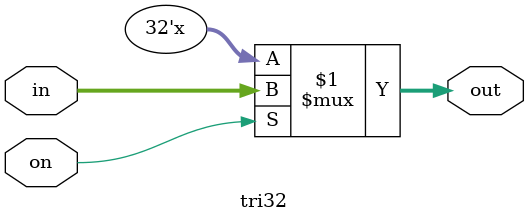
<source format=v>
module tri32(out, in, on);
    input [31:0] in;
    input on;
    output [31:0] out;

    assign out = on ? in : 32'bz;

endmodule
</source>
